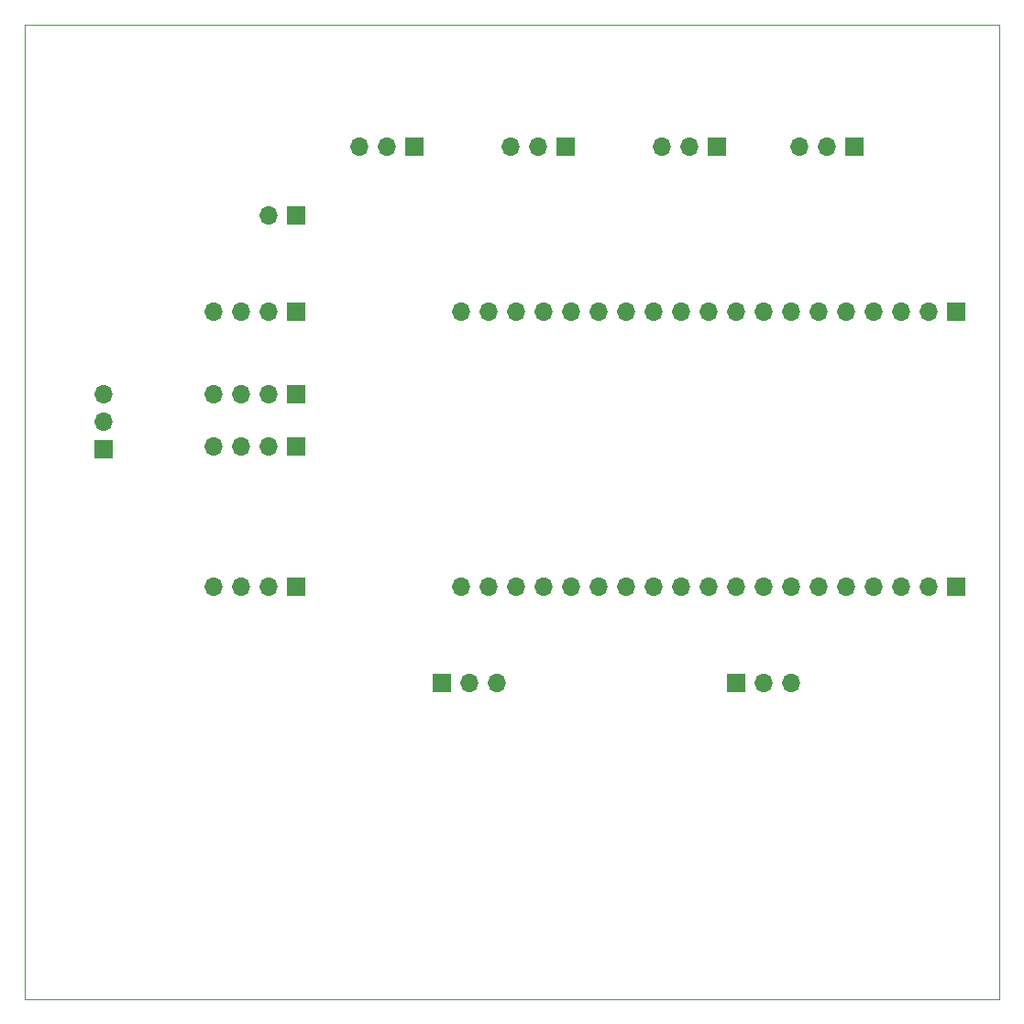
<source format=gbr>
%TF.GenerationSoftware,KiCad,Pcbnew,5.1.10-88a1d61d58~90~ubuntu21.04.1*%
%TF.CreationDate,2021-11-07T22:57:26+01:00*%
%TF.ProjectId,terrarium,74657272-6172-4697-956d-2e6b69636164,rev?*%
%TF.SameCoordinates,Original*%
%TF.FileFunction,Soldermask,Top*%
%TF.FilePolarity,Negative*%
%FSLAX46Y46*%
G04 Gerber Fmt 4.6, Leading zero omitted, Abs format (unit mm)*
G04 Created by KiCad (PCBNEW 5.1.10-88a1d61d58~90~ubuntu21.04.1) date 2021-11-07 22:57:26*
%MOMM*%
%LPD*%
G01*
G04 APERTURE LIST*
%TA.AperFunction,Profile*%
%ADD10C,0.050000*%
%TD*%
%ADD11O,1.700000X1.700000*%
%ADD12R,1.700000X1.700000*%
G04 APERTURE END LIST*
D10*
X131000000Y-23000000D02*
X41000000Y-23000000D01*
X131000000Y-113000000D02*
X131000000Y-23000000D01*
X41000000Y-113000000D02*
X131000000Y-113000000D01*
X41000000Y-23000000D02*
X41000000Y-113000000D01*
D11*
%TO.C,i2c4*%
X58420000Y-61976000D03*
X60960000Y-61976000D03*
X63500000Y-61976000D03*
D12*
X66040000Y-61976000D03*
%TD*%
D11*
%TO.C,rxtx1*%
X63500000Y-40640000D03*
D12*
X66040000Y-40640000D03*
%TD*%
D11*
%TO.C,i2c3*%
X58420000Y-57150000D03*
X60960000Y-57150000D03*
X63500000Y-57150000D03*
D12*
X66040000Y-57150000D03*
%TD*%
D11*
%TO.C,ExternalPower1*%
X48260000Y-57150000D03*
X48260000Y-59690000D03*
D12*
X48260000Y-62230000D03*
%TD*%
D11*
%TO.C,temp4*%
X71882000Y-34290000D03*
X74422000Y-34290000D03*
D12*
X76962000Y-34290000D03*
%TD*%
D11*
%TO.C,temp3*%
X85852000Y-34290000D03*
X88392000Y-34290000D03*
D12*
X90932000Y-34290000D03*
%TD*%
D11*
%TO.C,temp2*%
X99822000Y-34290000D03*
X102362000Y-34290000D03*
D12*
X104902000Y-34290000D03*
%TD*%
D11*
%TO.C,temp1*%
X112522000Y-34290000D03*
X115062000Y-34290000D03*
D12*
X117602000Y-34290000D03*
%TD*%
D11*
%TO.C,relay2*%
X84582000Y-83820000D03*
X82042000Y-83820000D03*
D12*
X79502000Y-83820000D03*
%TD*%
D11*
%TO.C,relay1*%
X111760000Y-83820000D03*
X109220000Y-83820000D03*
D12*
X106680000Y-83820000D03*
%TD*%
D11*
%TO.C,i2c2*%
X58420000Y-49530000D03*
X60960000Y-49530000D03*
X63500000Y-49530000D03*
D12*
X66040000Y-49530000D03*
%TD*%
D11*
%TO.C,i2c1*%
X58420000Y-74930000D03*
X60960000Y-74930000D03*
X63500000Y-74930000D03*
D12*
X66040000Y-74930000D03*
%TD*%
D11*
%TO.C,esp32-right1*%
X81280000Y-74930000D03*
X83820000Y-74930000D03*
X86360000Y-74930000D03*
X88900000Y-74930000D03*
X91440000Y-74930000D03*
X93980000Y-74930000D03*
X96520000Y-74930000D03*
X99060000Y-74930000D03*
X101600000Y-74930000D03*
X104140000Y-74930000D03*
X106680000Y-74930000D03*
X109220000Y-74930000D03*
X111760000Y-74930000D03*
X114300000Y-74930000D03*
X116840000Y-74930000D03*
X119380000Y-74930000D03*
X121920000Y-74930000D03*
X124460000Y-74930000D03*
D12*
X127000000Y-74930000D03*
%TD*%
D11*
%TO.C,esp32-left1*%
X81280000Y-49530000D03*
X83820000Y-49530000D03*
X86360000Y-49530000D03*
X88900000Y-49530000D03*
X91440000Y-49530000D03*
X93980000Y-49530000D03*
X96520000Y-49530000D03*
X99060000Y-49530000D03*
X101600000Y-49530000D03*
X104140000Y-49530000D03*
X106680000Y-49530000D03*
X109220000Y-49530000D03*
X111760000Y-49530000D03*
X114300000Y-49530000D03*
X116840000Y-49530000D03*
X119380000Y-49530000D03*
X121920000Y-49530000D03*
X124460000Y-49530000D03*
D12*
X127000000Y-49530000D03*
%TD*%
M02*

</source>
